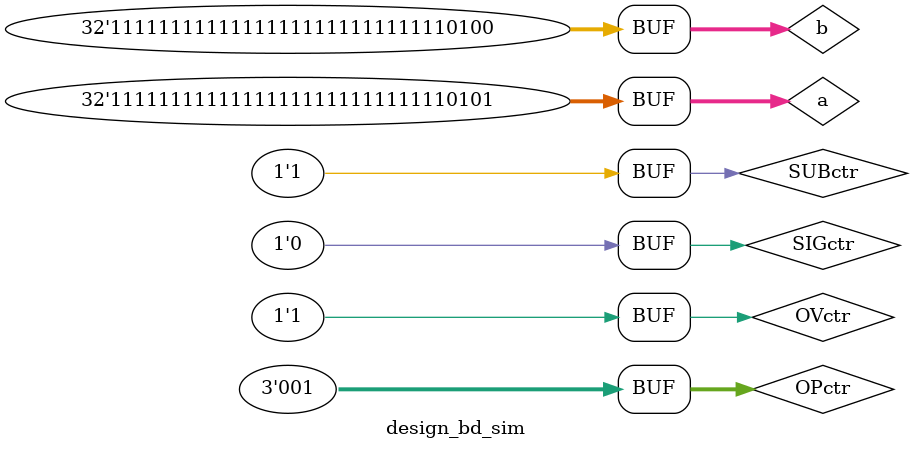
<source format=v>
`timescale 1ns / 1ps


module design_bd_sim();
    // input
    reg [31:0] a = 32'd16;
    reg [31:0] b = 32'd12;
    reg SUBctr = 1;
    reg [2:0] OPctr = 3'b000;
    reg OVctr = 1;
    reg SIGctr = 0;
    
     
    //output
  
    wire [31:0] Result;
    wire Zero;
    wire Overflow;
        
       
    // initial
    design_bd U (
        .A(a),
        .B(b),
        .OPctr(OPctr),
        .OVctr(OVctr),
        .Overflow(Overflow),
        .Result(Result),
        .SIGctr(SIGctr),
        .SUBctr(SUBctr),
        .Zero(Zero)
       
        );
    initial begin
        begin a=32'hfffffff4; b=32'hfffffff5; SUBctr=0; OVctr=0; OPctr=3'b000; end     // addu
        #50 begin a = 32'h7f; b=32'h72; SUBctr=0; OVctr=1; end                         // add
        #50 begin a=32'h7ffffff7; b=32'h7ffffffa; SUBctr=0; OVctr=1; end      // add
        #50 begin a=32'hfffffff4; b=32'hfffffff3; SUBctr=0; OVctr=0; OPctr=3'b010; end // and
        #50 begin a=32'hfff0fff4; b=32'hfff1fff5; SUBctr=0; OVctr=0; OPctr=3'b011; end // or
        #50 begin a=32'hff0ffff4; b=32'hff1ffff5; SUBctr=0; OVctr=0; OPctr=3'b101; end // nor
        #50 begin a=32'h00000008; b=32'h00000003; SUBctr=1; OVctr=0; OPctr=3'b000; end // subu
        #50 begin a=32'h00000005; b=32'h00000008; SUBctr=1; OVctr=1; OPctr=3'b000; end // sub
        #50 begin a=32'h00000005; b=32'h00000008; SUBctr=1; OVctr=1; OPctr=3'b001; end // sltu
        #50 begin a=32'hfffffff5; b=32'hfffffff4; SUBctr=1; OVctr=1; OPctr=3'b001; end // sub
    end
endmodule

</source>
